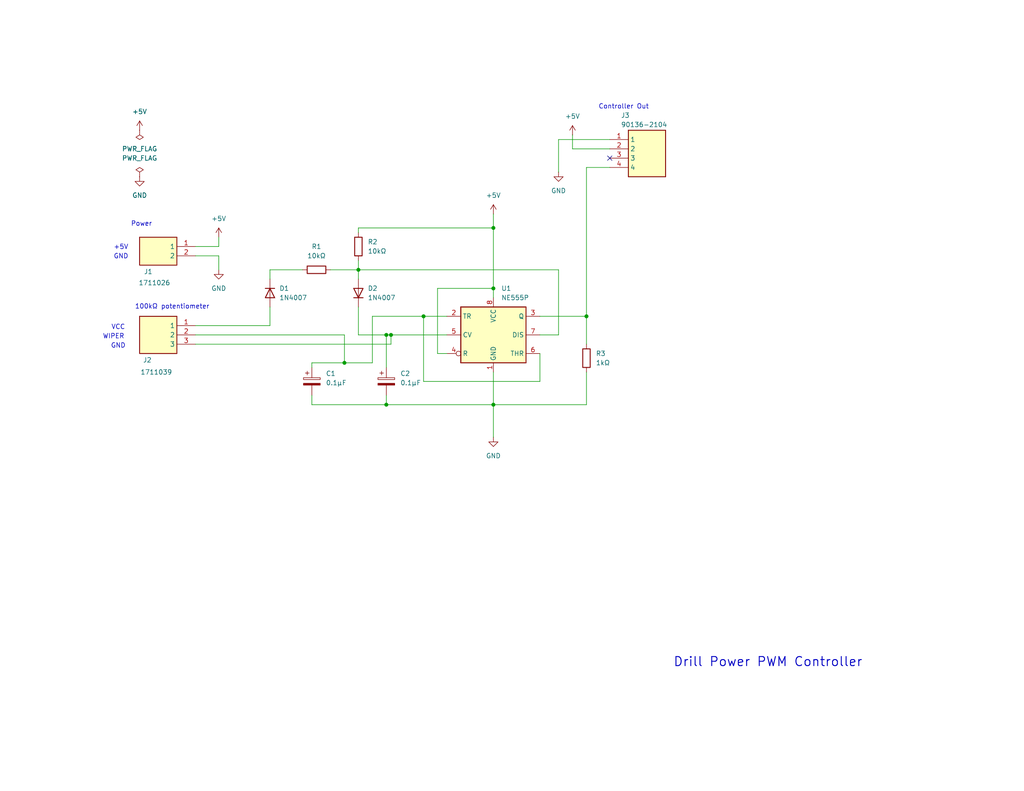
<source format=kicad_sch>
(kicad_sch (version 20250114) (generator "eeschema") (generator_version "9.0")
  (paper "USLetter")
  (title_block (title "Drill Power PWM Controller") (date "2025-04-06") (rev "0.0.5") (company "Bernd Prager"))
  (lib_symbols
    (symbol "1711026:1711026"
      (property "Reference" "J" (at 16.51 7.62 0))
      (property "Value" "1711026" (at 16.51 5.08 0))
      (symbol "1711026_1_1"
        (rectangle (start 5.08 2.54) (end 15.24 -5.08) (stroke (width 0.254)) (fill (type background)))
        (pin passive line (at 0 0 0) (length 5.08) (name "1") (number "1"))
        (pin passive line (at 0 -2.54 0) (length 5.08) (name "2") (number "2"))
      )
    )
    (symbol "1711039:1711039"
      (property "Reference" "J" (at 16.51 7.62 0))
      (property "Value" "1711039" (at 16.51 5.08 0))
      (symbol "1711039_1_1"
        (rectangle (start 5.08 2.54) (end 15.24 -7.62) (stroke (width 0.254)) (fill (type background)))
        (pin passive line (at 0 0 0) (length 5.08) (name "1") (number "1"))
        (pin passive line (at 0 -2.54 0) (length 5.08) (name "2") (number "2"))
        (pin passive line (at 0 -5.08 0) (length 5.08) (name "3") (number "3"))
      )
    )
    (symbol "90136-2104:90136-2104"
      (property "Reference" "J" (at 16.51 7.62 0))
      (property "Value" "90136-2104" (at 16.51 5.08 0))
      (symbol "90136-2104_1_1"
        (rectangle (start 5.08 2.54) (end 15.24 -10.16) (stroke (width 0.254)) (fill (type background)))
        (pin passive line (at 0 0 0) (length 5.08) (name "1") (number "1"))
        (pin passive line (at 0 -2.54 0) (length 5.08) (name "2") (number "2"))
        (pin passive line (at 0 -5.08 0) (length 5.08) (name "3") (number "3"))
        (pin passive line (at 0 -7.62 0) (length 5.08) (name "4") (number "4"))
      )
    )
    (symbol "Device:C_Polarized" (pin_numbers (hide yes)) (pin_names (offset 0.254))
      (property "Reference" "C" (at 0.635 2.54 0))
      (property "Value" "C_Polarized" (at 0.635 -2.54 0))
      (symbol "C_Polarized_0_1"
        (rectangle (start -2.286 0.508) (end 2.286 1.016))
        (polyline (pts (xy -1.778 2.286) (xy -0.762 2.286)))
        (polyline (pts (xy -1.27 2.794) (xy -1.27 1.778)))
        (rectangle (start 2.286 -0.508) (end -2.286 -1.016) (fill (type outline)))
      )
      (symbol "C_Polarized_1_1"
        (pin passive line (at 0 3.81 270) (length 2.794) (name "~") (number "1"))
        (pin passive line (at 0 -3.81 90) (length 2.794) (name "~") (number "2"))
      )
    )
    (symbol "Device:R" (pin_numbers (hide yes)) (pin_names (offset 0))
      (property "Reference" "R" (at 2.032 0 90))
      (property "Value" "R" (at 0 0 90))
      (symbol "R_0_1"
        (rectangle (start -1.016 -2.54) (end 1.016 2.54) (stroke (width 0.254)))
      )
      (symbol "R_1_1"
        (pin passive line (at 0 3.81 270) (length 1.27) (name "~") (number "1"))
        (pin passive line (at 0 -3.81 90) (length 1.27) (name "~") (number "2"))
      )
    )
    (symbol "Diode:1N4007" (pin_numbers (hide yes)) (pin_names (hide yes))
      (property "Reference" "D" (at 0 2.54 0))
      (property "Value" "1N4007" (at 0 -2.54 0))
      (symbol "1N4007_0_1"
        (polyline (pts (xy -1.27 1.27) (xy -1.27 -1.27)) (stroke (width 0.254)))
        (polyline (pts (xy 1.27 1.27) (xy 1.27 -1.27) (xy -1.27 0) (xy 1.27 1.27)) (stroke (width 0.254)))
        (polyline (pts (xy 1.27 0) (xy -1.27 0)))
      )
      (symbol "1N4007_1_1"
        (pin passive line (at -3.81 0 0) (length 2.54) (name "K") (number "1"))
        (pin passive line (at 3.81 0 180) (length 2.54) (name "A") (number "2"))
      )
    )
    (symbol "Timer:NE555P"
      (property "Reference" "U" (at -10.16 8.89 0))
      (property "Value" "NE555P" (at 2.54 8.89 0))
      (symbol "NE555P_0_0"
        (pin power_in line (at 0 10.16 270) (length 2.54) (name "VCC") (number "8"))
        (pin power_in line (at 0 -10.16 90) (length 2.54) (name "GND") (number "1"))
      )
      (symbol "NE555P_0_1"
        (rectangle (start -8.89 -7.62) (end 8.89 7.62) (stroke (width 0.254)) (fill (type background)))
        (rectangle (start -8.89 -7.62) (end 8.89 7.62) (stroke (width 0.254)) (fill (type background)))
      )
      (symbol "NE555P_1_1"
        (pin input line (at -12.7 5.08 0) (length 3.81) (name "TR") (number "2"))
        (pin input line (at -12.7 0 0) (length 3.81) (name "CV") (number "5"))
        (pin input inverted (at -12.7 -5.08 0) (length 3.81) (name "R") (number "4"))
        (pin output line (at 12.7 5.08 180) (length 3.81) (name "Q") (number "3"))
        (pin input line (at 12.7 0 180) (length 3.81) (name "DIS") (number "7"))
        (pin input line (at 12.7 -5.08 180) (length 3.81) (name "THR") (number "6"))
      )
    )
    (symbol "power:+5V" (power) (pin_numbers (hide yes)) (pin_names (offset 0) (hide yes))
      (property "Value" "+5V" (at 0 3.556 0))
      (symbol "+5V_0_1"
        (polyline (pts (xy -0.762 1.27) (xy 0 2.54)))
        (polyline (pts (xy 0 2.54) (xy 0.762 1.27)))
        (polyline (pts (xy 0 0) (xy 0 2.54)))
      )
      (symbol "+5V_1_1"
        (pin power_in line (at 0 0 90) (length 0) (name "~") (number "1"))
      )
    )
    (symbol "power:GND" (power) (pin_numbers (hide yes)) (pin_names (offset 0) (hide yes))
      (property "Value" "GND" (at 0 -3.81 0))
      (symbol "GND_0_1"
        (polyline (pts (xy 0 0) (xy 0 -1.27) (xy 1.27 -1.27) (xy 0 -2.54) (xy -1.27 -1.27) (xy 0 -1.27)))
      )
      (symbol "GND_1_1"
        (pin power_in line (at 0 0 270) (length 0) (name "~") (number "1"))
      )
    )
    (symbol "power:PWR_FLAG" (power) (pin_numbers (hide yes)) (pin_names (offset 0) (hide yes))
      (property "Value" "PWR_FLAG" (at 0 3.81 0))
      (symbol "PWR_FLAG_0_0"
        (pin power_out line (at 0 0 90) (length 0) (name "~") (number "1"))
      )
      (symbol "PWR_FLAG_0_1"
        (polyline (pts (xy 0 0) (xy 0 1.27) (xy -1.016 1.905) (xy 0 2.54) (xy 1.016 1.905) (xy 0 1.27)))
      )
    )
  )
  (text "GND" (at 33.02 70.104 0) (effects (font (size 1.27 1.27))))
  (text "GND" (at 32.258 94.488 0) (effects (font (size 1.27 1.27))))
  (text "Controller Out" (at 170.18 29.21 0) (effects (font (size 1.27 1.27))))
  (text "WIPER" (at 30.988 91.948 0) (effects (font (size 1.27 1.27))))
  (text "VCC" (at 32.258 89.408 0) (effects (font (size 1.27 1.27))))
  (text "Drill Power PWM Controller" (at 209.55 180.848 0) (effects (font (size 2.5 2.5) (thickness 0.254) (bold yes))))
  (text "+5V" (at 33.02 67.564 0) (effects (font (size 1.27 1.27))))
  (text "Power" (at 38.608 61.214 0) (effects (font (size 1.27 1.27))))
  (text "100kΩ potentiometer" (at 46.99 83.82 0) (effects (font (size 1.27 1.27))))
  (junction (at 106.68 91.44))
  (junction (at 115.57 86.36))
  (junction (at 93.98 99.06))
  (junction (at 97.79 73.66))
  (junction (at 134.62 78.74))
  (junction (at 160.02 86.36))
  (junction (at 134.62 62.23))
  (junction (at 105.41 91.44))
  (junction (at 134.62 110.49))
  (junction (at 105.41 110.49))
  (no_connect (at 166.37 43.18))
  (wire (pts (xy 147.32 104.14) (xy 147.32 96.52)))
  (wire (pts (xy 106.68 91.44) (xy 106.68 93.98)))
  (wire (pts (xy 105.41 91.44) (xy 105.41 100.33)))
  (wire (pts (xy 59.69 69.85) (xy 59.69 73.66)))
  (wire (pts (xy 134.62 81.28) (xy 134.62 78.74)))
  (wire (pts (xy 160.02 45.72) (xy 166.37 45.72)))
  (wire (pts (xy 152.4 38.1) (xy 166.37 38.1)))
  (wire (pts (xy 59.69 67.31) (xy 59.69 64.77)))
  (wire (pts (xy 160.02 45.72) (xy 160.02 86.36)))
  (wire (pts (xy 115.57 86.36) (xy 115.57 104.14)))
  (wire (pts (xy 82.55 73.66) (xy 73.66 73.66)))
  (wire (pts (xy 97.79 71.12) (xy 97.79 73.66)))
  (wire (pts (xy 156.21 40.64) (xy 166.37 40.64)))
  (wire (pts (xy 134.62 58.42) (xy 134.62 62.23)))
  (wire (pts (xy 53.34 93.98) (xy 106.68 93.98)))
  (wire (pts (xy 105.41 91.44) (xy 97.79 91.44)))
  (wire (pts (xy 85.09 110.49) (xy 105.41 110.49)))
  (wire (pts (xy 97.79 73.66) (xy 152.4 73.66)))
  (wire (pts (xy 73.66 88.9) (xy 53.34 88.9)))
  (wire (pts (xy 105.41 107.95) (xy 105.41 110.49)))
  (wire (pts (xy 160.02 110.49) (xy 160.02 101.6)))
  (wire (pts (xy 97.79 62.23) (xy 97.79 63.5)))
  (wire (pts (xy 152.4 73.66) (xy 152.4 91.44)))
  (wire (pts (xy 105.41 110.49) (xy 134.62 110.49)))
  (wire (pts (xy 53.34 69.85) (xy 59.69 69.85)))
  (wire (pts (xy 119.38 96.52) (xy 121.92 96.52)))
  (wire (pts (xy 160.02 86.36) (xy 160.02 93.98)))
  (wire (pts (xy 73.66 83.82) (xy 73.66 88.9)))
  (wire (pts (xy 134.62 110.49) (xy 160.02 110.49)))
  (wire (pts (xy 134.62 101.6) (xy 134.62 110.49)))
  (wire (pts (xy 115.57 86.36) (xy 121.92 86.36)))
  (wire (pts (xy 119.38 78.74) (xy 134.62 78.74)))
  (wire (pts (xy 93.98 99.06) (xy 85.09 99.06)))
  (wire (pts (xy 97.79 73.66) (xy 90.17 73.66)))
  (wire (pts (xy 97.79 73.66) (xy 97.79 76.2)))
  (wire (pts (xy 106.68 91.44) (xy 105.41 91.44)))
  (wire (pts (xy 134.62 62.23) (xy 134.62 78.74)))
  (wire (pts (xy 85.09 99.06) (xy 85.09 100.33)))
  (wire (pts (xy 152.4 38.1) (xy 152.4 46.99)))
  (wire (pts (xy 93.98 91.44) (xy 93.98 99.06)))
  (wire (pts (xy 85.09 107.95) (xy 85.09 110.49)))
  (wire (pts (xy 152.4 91.44) (xy 147.32 91.44)))
  (wire (pts (xy 115.57 104.14) (xy 147.32 104.14)))
  (wire (pts (xy 97.79 91.44) (xy 97.79 83.82)))
  (wire (pts (xy 53.34 67.31) (xy 59.69 67.31)))
  (wire (pts (xy 101.6 99.06) (xy 101.6 86.36)))
  (wire (pts (xy 97.79 62.23) (xy 134.62 62.23)))
  (wire (pts (xy 156.21 36.83) (xy 156.21 40.64)))
  (wire (pts (xy 147.32 86.36) (xy 160.02 86.36)))
  (wire (pts (xy 93.98 99.06) (xy 101.6 99.06)))
  (wire (pts (xy 119.38 78.74) (xy 119.38 96.52)))
  (wire (pts (xy 121.92 91.44) (xy 106.68 91.44)))
  (wire (pts (xy 93.98 91.44) (xy 53.34 91.44)))
  (wire (pts (xy 73.66 73.66) (xy 73.66 76.2)))
  (wire (pts (xy 134.62 110.49) (xy 134.62 119.38)))
  (wire (pts (xy 101.6 86.36) (xy 115.57 86.36)))
  (symbol (lib_id "1711026:1711026") (at 53.34 67.31 0) (mirror y) (unit 1)
    (property "Reference" "J1" (at 41.656 74.168 0) (effects (justify left)))
    (property "Value" "1711026" (at 46.482 77.216 0) (effects (justify left)))
    (property "Footprint" "Connector:Phoenix_Terminal_Block_2_Pos" (effects (hide yes)))
    (property "Datasheet" "http://www.phoenixcontact.com/de/produkte/1711026/pdf" (effects (hide yes)))
    (property "Description" "PCB terminal block, nominal current: 24 A, rated voltage (III/2): 400 V, nominal cross section: 2.5 mm?, Number of potentials: 2, Number of rows: 1, Number of positions per row: 2, product range: MKDS 3, pitch: 5 mm, connection method: Screw connection with tension sleeve, mounting: Wave soldering, conductor/PCB connection direction: 0 ?, color: green, Pin layout: Linear pinning, Solder pin [P]: 5 mm, type of packaging: packed in cardboard. The article can be aligned to create different nos. of positions!" (effects (hide yes)))
    (property "Height" "18.2" (effects (hide yes)))
    (property "Mouser Part Number" "651-1711026" (effects (hide yes)))
    (property "Mouser Price/Stock" "https://www.mouser.co.uk/ProductDetail/Phoenix-Contact/1711026?qs=JcjeNNoqGSMahJ%2FDM5awSg%3D%3D" (effects (hide yes)))
    (property "Manufacturer_Name" "Phoenix Contact" (effects (hide yes)))
    (property "Manufacturer_Part_Number" "1711026" (effects (hide yes)))
  )
  (symbol (lib_id "Device:C_Polarized") (at 105.41 104.14 0) (unit 1)
    (property "Reference" "C2" (at 109.22 101.9809 0) (effects (justify left)))
    (property "Value" "0.1μF" (at 109.22 104.5209 0) (effects (justify left)))
    (property "Footprint" "Capacitor_THT:C_Radial_D4.0mm_H7.0mm_P1.50mm" (effects (hide yes)))
    (property "Description" "Polarized capacitor" (effects (hide yes)))
  )
  (symbol (lib_id "Device:C_Polarized") (at 85.09 104.14 0) (unit 1)
    (property "Reference" "C1" (at 88.9 101.9809 0) (effects (justify left)))
    (property "Value" "0.1μF" (at 88.9 104.5209 0) (effects (justify left)))
    (property "Footprint" "Capacitor_THT:C_Radial_D4.0mm_H7.0mm_P1.50mm" (effects (hide yes)))
    (property "Description" "Polarized capacitor" (effects (hide yes)))
  )
  (symbol (lib_id "power:+5V") (at 59.69 64.77 0) (unit 1)
    (property "Reference" "#PWR03" (effects (hide yes)))
    (property "Value" "+5V" (at 59.69 59.69 0))
    (property "Description" "Power symbol creates a global label with name \"+5V\"" (effects (hide yes)))
  )
  (symbol (lib_id "power:PWR_FLAG") (at 38.1 48.26 0) (unit 1)
    (property "Reference" "#FLG02" (effects (hide yes)))
    (property "Value" "PWR_FLAG" (at 38.1 43.18 0))
    (property "Description" "Special symbol for telling ERC where power comes from" (effects (hide yes)))
  )
  (symbol (lib_id "power:GND") (at 59.69 73.66 0) (unit 1)
    (property "Reference" "#PWR04" (effects (hide yes)))
    (property "Value" "GND" (at 59.69 78.74 0))
    (property "Description" "Power symbol creates a global label with name \"GND\" , ground" (effects (hide yes)))
  )
  (symbol (lib_id "power:GND") (at 152.4 46.99 0) (unit 1)
    (property "Reference" "#PWR07" (effects (hide yes)))
    (property "Value" "GND" (at 152.4 52.07 0))
    (property "Description" "Power symbol creates a global label with name \"GND\" , ground" (effects (hide yes)))
  )
  (symbol (lib_id "90136-2104:90136-2104") (at 166.37 38.1 0) (unit 1)
    (property "Reference" "J3" (at 169.418 31.496 0) (effects (justify left)))
    (property "Value" "90136-2104" (at 169.418 34.036 0) (effects (justify left)))
    (property "Footprint" "Connector_Wire:SHDRRA4W65P0X254_1X4_1351X1090X751P" (effects (hide yes)))
    (property "Datasheet" "https://www.molex.com/webdocs/datasheets/pdf/en-us/0901362104_PCB_HEADERS.pdf" (effects (hide yes)))
    (property "Description" "Molex C-GRID III Series, Series Number 90136, 2.54mm Pitch 4 Way 1 Row Right Angle PCB Header, Solder Termination, 3A" (effects (hide yes)))
    (property "Height" "7.51" (effects (hide yes)))
    (property "Mouser Part Number" "538-90136-2104" (effects (hide yes)))
    (property "Mouser Price/Stock" "https://www.mouser.co.uk/ProductDetail/Molex/90136-2104?qs=kEwmkoUtv7QGiPdkl0rsmA%3D%3D" (effects (hide yes)))
    (property "Manufacturer_Name" "Molex" (effects (hide yes)))
    (property "Manufacturer_Part_Number" "90136-2104" (effects (hide yes)))
  )
  (symbol (lib_id "power:PWR_FLAG") (at 38.1 35.56 180) (unit 1)
    (property "Reference" "#FLG01" (effects (hide yes)))
    (property "Value" "PWR_FLAG" (at 38.1 40.64 0))
    (property "Description" "Special symbol for telling ERC where power comes from" (effects (hide yes)))
  )
  (symbol (lib_id "Diode:1N4007") (at 97.79 80.01 90) (unit 1)
    (property "Reference" "D2" (at 100.33 78.7399 90) (effects (justify right)))
    (property "Value" "1N4007" (at 100.33 81.2799 90) (effects (justify right)))
    (property "Footprint" "Diode_THT:D_DO-41_SOD81_P10.16mm_Horizontal" (effects (hide yes)))
    (property "Datasheet" "http://www.vishay.com/docs/88503/1n4001.pdf" (effects (hide yes)))
    (property "Description" "1000V 1A General Purpose Rectifier Diode, DO-41" (effects (hide yes)))
    (property "Sim.Device" "D" (effects (hide yes)))
    (property "Sim.Pins" "1=K 2=A" (effects (hide yes)))
  )
  (symbol (lib_id "power:GND") (at 38.1 48.26 0) (unit 1)
    (property "Reference" "#PWR02" (effects (hide yes)))
    (property "Value" "GND" (at 38.1 53.34 0))
    (property "Description" "Power symbol creates a global label with name \"GND\" , ground" (effects (hide yes)))
  )
  (symbol (lib_id "Device:R") (at 97.79 67.31 0) (unit 1)
    (property "Reference" "R2" (at 100.33 66.0399 0) (effects (justify left)))
    (property "Value" "10kΩ" (at 100.33 68.5799 0) (effects (justify left)))
    (property "Footprint" "Resistor_THT:R_Axial_DIN0207_L6.3mm_D2.5mm_P7.62mm_Horizontal" (effects (hide yes)))
    (property "Description" "Resistor" (effects (hide yes)))
  )
  (symbol (lib_id "1711039:1711039") (at 53.34 88.9 0) (mirror y) (unit 1)
    (property "Reference" "J2" (at 41.402 98.298 0) (effects (justify left)))
    (property "Value" "1711039" (at 46.99 101.6 0) (effects (justify left)))
    (property "Footprint" "Connector:Phoenix_Terminal_Block_3_Pos" (effects (hide yes)))
    (property "Datasheet" "http://www.phoenixcontact.com/de/produkte/1711039/pdf" (effects (hide yes)))
    (property "Description" "PCB terminal block, nominal current: 24 A, rated voltage (III/2): 400 V, nominal cross section: 2.5 mm?, Number of potentials: 3, Number of rows: 1, Number of positions per row: 3, product range: MKDS 3, pitch: 5 mm, connection method: Screw connection with tension sleeve, mounting: Wave soldering, conductor/PCB connection direction: 0 ?, color: green, Pin layout: Linear pinning, Solder pin [P]: 5 mm, type of packaging: packed in cardboard. The article can be aligned to create different nos. of positions!" (effects (hide yes)))
    (property "Height" "18.2" (effects (hide yes)))
    (property "Mouser Part Number" "651-1711039" (effects (hide yes)))
    (property "Mouser Price/Stock" "https://www.mouser.co.uk/ProductDetail/Phoenix-Contact/1711039?qs=YbgdthCBnKeEUIePCOJ5Kg%3D%3D" (effects (hide yes)))
    (property "Manufacturer_Name" "Phoenix Contact" (effects (hide yes)))
    (property "Manufacturer_Part_Number" "1711039" (effects (hide yes)))
  )
  (symbol (lib_id "Device:R") (at 86.36 73.66 90) (unit 1)
    (property "Reference" "R1" (at 86.36 67.31 90))
    (property "Value" "10kΩ" (at 86.36 69.85 90))
    (property "Footprint" "Resistor_THT:R_Axial_DIN0207_L6.3mm_D2.5mm_P7.62mm_Horizontal" (effects (hide yes)))
    (property "Description" "Resistor" (effects (hide yes)))
  )
  (symbol (lib_id "Device:R") (at 160.02 97.79 0) (unit 1)
    (property "Reference" "R3" (at 162.56 96.5199 0) (effects (justify left)))
    (property "Value" "1kΩ" (at 162.56 99.0599 0) (effects (justify left)))
    (property "Footprint" "Resistor_THT:R_Axial_DIN0207_L6.3mm_D2.5mm_P7.62mm_Horizontal" (effects (hide yes)))
    (property "Description" "Resistor" (effects (hide yes)))
  )
  (symbol (lib_id "power:+5V") (at 156.21 36.83 0) (unit 1)
    (property "Reference" "#PWR08" (effects (hide yes)))
    (property "Value" "+5V" (at 156.21 31.75 0))
    (property "Description" "Power symbol creates a global label with name \"+5V\"" (effects (hide yes)))
  )
  (symbol (lib_id "power:+5V") (at 134.62 58.42 0) (unit 1)
    (property "Reference" "#PWR05" (effects (hide yes)))
    (property "Value" "+5V" (at 134.62 53.34 0))
    (property "Description" "Power symbol creates a global label with name \"+5V\"" (effects (hide yes)))
  )
  (symbol (lib_id "Diode:1N4007") (at 73.66 80.01 270) (unit 1)
    (property "Reference" "D1" (at 76.2 78.7399 90) (effects (justify left)))
    (property "Value" "1N4007" (at 76.2 81.2799 90) (effects (justify left)))
    (property "Footprint" "Diode_THT:D_DO-41_SOD81_P10.16mm_Horizontal" (effects (hide yes)))
    (property "Datasheet" "http://www.vishay.com/docs/88503/1n4001.pdf" (effects (hide yes)))
    (property "Description" "1000V 1A General Purpose Rectifier Diode, DO-41" (effects (hide yes)))
    (property "Sim.Device" "D" (effects (hide yes)))
    (property "Sim.Pins" "1=K 2=A" (effects (hide yes)))
  )
  (symbol (lib_id "power:+5V") (at 38.1 35.56 0) (unit 1)
    (property "Reference" "#PWR01" (effects (hide yes)))
    (property "Value" "+5V" (at 38.1 30.48 0))
    (property "Description" "Power symbol creates a global label with name \"+5V\"" (effects (hide yes)))
  )
  (symbol (lib_id "power:GND") (at 134.62 119.38 0) (unit 1)
    (property "Reference" "#PWR06" (effects (hide yes)))
    (property "Value" "GND" (at 134.62 124.46 0))
    (property "Description" "Power symbol creates a global label with name \"GND\" , ground" (effects (hide yes)))
  )
  (symbol (lib_id "Timer:NE555P") (at 134.62 91.44 0) (unit 1)
    (property "Reference" "U1" (at 136.7633 78.74 0) (effects (justify left)))
    (property "Value" "NE555P" (at 136.7633 81.28 0) (effects (justify left)))
    (property "Footprint" "Package_DIP:DIP-8_W7.62mm" (effects (hide yes)))
    (property "Datasheet" "http://www.ti.com/lit/ds/symlink/ne555.pdf" (effects (hide yes)))
    (property "Description" "Precision Timers, 555 compatible,  PDIP-8" (effects (hide yes)))
  )
)
</source>
